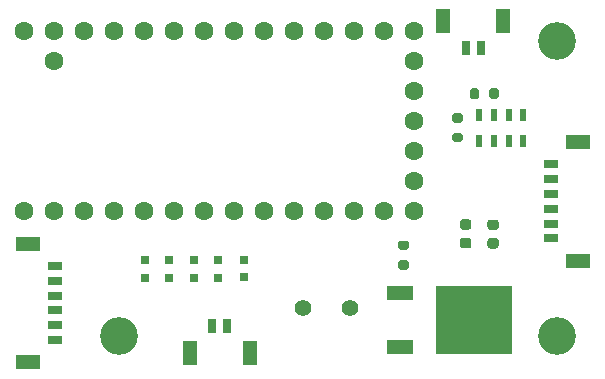
<source format=gts>
%TF.GenerationSoftware,KiCad,Pcbnew,(5.1.10)-1*%
%TF.CreationDate,2021-11-25T10:21:51+01:00*%
%TF.ProjectId,EXTENSION_BOARD,45585445-4e53-4494-9f4e-5f424f415244,rev?*%
%TF.SameCoordinates,Original*%
%TF.FileFunction,Soldermask,Top*%
%TF.FilePolarity,Negative*%
%FSLAX46Y46*%
G04 Gerber Fmt 4.6, Leading zero omitted, Abs format (unit mm)*
G04 Created by KiCad (PCBNEW (5.1.10)-1) date 2021-11-25 10:21:51*
%MOMM*%
%LPD*%
G01*
G04 APERTURE LIST*
%ADD10C,1.400000*%
%ADD11C,3.200000*%
%ADD12R,0.800000X0.800000*%
%ADD13R,0.600000X1.100000*%
%ADD14R,0.800000X1.200000*%
%ADD15R,1.300000X2.150000*%
%ADD16C,1.600000*%
%ADD17R,1.200000X0.800000*%
%ADD18R,2.150000X1.300000*%
%ADD19R,2.200000X1.200000*%
%ADD20R,6.400000X5.800000*%
G04 APERTURE END LIST*
D10*
%TO.C,LS1*%
X118971060Y-104246680D03*
X114971060Y-104246680D03*
%TD*%
D11*
%TO.C,REF\u002A\u002A*%
X99364800Y-106558080D03*
%TD*%
%TO.C,REF\u002A\u002A*%
X136509760Y-106596180D03*
%TD*%
%TO.C,REF\u002A\u002A*%
X136509760Y-81579720D03*
%TD*%
D12*
%TO.C,D1*%
X101638100Y-100144580D03*
X101638100Y-101644580D03*
%TD*%
%TO.C,D2*%
X103657400Y-101642040D03*
X103657400Y-100142040D03*
%TD*%
%TO.C,D3*%
X105735120Y-100142040D03*
X105735120Y-101642040D03*
%TD*%
%TO.C,D4*%
X107805220Y-101647120D03*
X107805220Y-100147120D03*
%TD*%
%TO.C,D5*%
X109951520Y-100136960D03*
X109951520Y-101636960D03*
%TD*%
D13*
%TO.C,IC2*%
X129884960Y-90050800D03*
X131134960Y-90050800D03*
X132384960Y-90050800D03*
X133634960Y-90050800D03*
X133634960Y-87850800D03*
X132384960Y-87850800D03*
X131134960Y-87850800D03*
X129884960Y-87850800D03*
%TD*%
D14*
%TO.C,J3*%
X130012360Y-82236420D03*
X128762360Y-82236420D03*
D15*
X126862360Y-79941420D03*
X131912360Y-79941420D03*
%TD*%
D14*
%TO.C,J2*%
X107306980Y-105726120D03*
X108556980Y-105726120D03*
D15*
X110456980Y-108021120D03*
X105406980Y-108021120D03*
%TD*%
D16*
%TO.C,U2*%
X124360940Y-88389460D03*
X124360940Y-85849460D03*
X124360940Y-83309460D03*
X124360940Y-80769460D03*
X124360940Y-90929460D03*
X124360940Y-93469460D03*
X124360940Y-96009460D03*
X121820940Y-80769460D03*
X119280940Y-80769460D03*
X116740940Y-80769460D03*
X114200940Y-80769460D03*
X111660940Y-80769460D03*
X109120940Y-80769460D03*
X106580940Y-80769460D03*
X104040940Y-80769460D03*
X101500940Y-80769460D03*
X98960940Y-80769460D03*
X96420940Y-80769460D03*
X93880940Y-80769460D03*
X91340940Y-80769460D03*
X93880940Y-83309460D03*
X121820940Y-96009460D03*
X119280940Y-96009460D03*
X116740940Y-96009460D03*
X114200940Y-96009460D03*
X111660940Y-96009460D03*
X109120940Y-96009460D03*
X106580940Y-96009460D03*
X104040940Y-96009460D03*
X101500940Y-96009460D03*
X98960940Y-96009460D03*
X96420940Y-96009460D03*
X93880940Y-96009460D03*
X91340940Y-96009460D03*
%TD*%
D17*
%TO.C,J1*%
X93976300Y-106917900D03*
X93976300Y-105667900D03*
X93976300Y-104417900D03*
X93976300Y-103167900D03*
X93976300Y-101917900D03*
X93976300Y-100667900D03*
D18*
X91681300Y-108817900D03*
X91681300Y-98767900D03*
%TD*%
%TO.C,R2*%
G36*
G01*
X127779100Y-87736460D02*
X128329100Y-87736460D01*
G75*
G02*
X128529100Y-87936460I0J-200000D01*
G01*
X128529100Y-88336460D01*
G75*
G02*
X128329100Y-88536460I-200000J0D01*
G01*
X127779100Y-88536460D01*
G75*
G02*
X127579100Y-88336460I0J200000D01*
G01*
X127579100Y-87936460D01*
G75*
G02*
X127779100Y-87736460I200000J0D01*
G01*
G37*
G36*
G01*
X127779100Y-89386460D02*
X128329100Y-89386460D01*
G75*
G02*
X128529100Y-89586460I0J-200000D01*
G01*
X128529100Y-89986460D01*
G75*
G02*
X128329100Y-90186460I-200000J0D01*
G01*
X127779100Y-90186460D01*
G75*
G02*
X127579100Y-89986460I0J200000D01*
G01*
X127579100Y-89586460D01*
G75*
G02*
X127779100Y-89386460I200000J0D01*
G01*
G37*
%TD*%
%TO.C,R3*%
G36*
G01*
X129895280Y-85790360D02*
X129895280Y-86340360D01*
G75*
G02*
X129695280Y-86540360I-200000J0D01*
G01*
X129295280Y-86540360D01*
G75*
G02*
X129095280Y-86340360I0J200000D01*
G01*
X129095280Y-85790360D01*
G75*
G02*
X129295280Y-85590360I200000J0D01*
G01*
X129695280Y-85590360D01*
G75*
G02*
X129895280Y-85790360I0J-200000D01*
G01*
G37*
G36*
G01*
X131545280Y-85790360D02*
X131545280Y-86340360D01*
G75*
G02*
X131345280Y-86540360I-200000J0D01*
G01*
X130945280Y-86540360D01*
G75*
G02*
X130745280Y-86340360I0J200000D01*
G01*
X130745280Y-85790360D01*
G75*
G02*
X130945280Y-85590360I200000J0D01*
G01*
X131345280Y-85590360D01*
G75*
G02*
X131545280Y-85790360I0J-200000D01*
G01*
G37*
%TD*%
%TO.C,D6*%
G36*
G01*
X130810290Y-96737820D02*
X131322790Y-96737820D01*
G75*
G02*
X131541540Y-96956570I0J-218750D01*
G01*
X131541540Y-97394070D01*
G75*
G02*
X131322790Y-97612820I-218750J0D01*
G01*
X130810290Y-97612820D01*
G75*
G02*
X130591540Y-97394070I0J218750D01*
G01*
X130591540Y-96956570D01*
G75*
G02*
X130810290Y-96737820I218750J0D01*
G01*
G37*
G36*
G01*
X130810290Y-98312820D02*
X131322790Y-98312820D01*
G75*
G02*
X131541540Y-98531570I0J-218750D01*
G01*
X131541540Y-98969070D01*
G75*
G02*
X131322790Y-99187820I-218750J0D01*
G01*
X130810290Y-99187820D01*
G75*
G02*
X130591540Y-98969070I0J218750D01*
G01*
X130591540Y-98531570D01*
G75*
G02*
X130810290Y-98312820I218750J0D01*
G01*
G37*
%TD*%
%TO.C,D7*%
G36*
G01*
X128488730Y-98295040D02*
X129001230Y-98295040D01*
G75*
G02*
X129219980Y-98513790I0J-218750D01*
G01*
X129219980Y-98951290D01*
G75*
G02*
X129001230Y-99170040I-218750J0D01*
G01*
X128488730Y-99170040D01*
G75*
G02*
X128269980Y-98951290I0J218750D01*
G01*
X128269980Y-98513790D01*
G75*
G02*
X128488730Y-98295040I218750J0D01*
G01*
G37*
G36*
G01*
X128488730Y-96720040D02*
X129001230Y-96720040D01*
G75*
G02*
X129219980Y-96938790I0J-218750D01*
G01*
X129219980Y-97376290D01*
G75*
G02*
X129001230Y-97595040I-218750J0D01*
G01*
X128488730Y-97595040D01*
G75*
G02*
X128269980Y-97376290I0J218750D01*
G01*
X128269980Y-96938790D01*
G75*
G02*
X128488730Y-96720040I218750J0D01*
G01*
G37*
%TD*%
%TO.C,R5*%
G36*
G01*
X123757100Y-100962680D02*
X123207100Y-100962680D01*
G75*
G02*
X123007100Y-100762680I0J200000D01*
G01*
X123007100Y-100362680D01*
G75*
G02*
X123207100Y-100162680I200000J0D01*
G01*
X123757100Y-100162680D01*
G75*
G02*
X123957100Y-100362680I0J-200000D01*
G01*
X123957100Y-100762680D01*
G75*
G02*
X123757100Y-100962680I-200000J0D01*
G01*
G37*
G36*
G01*
X123757100Y-99312680D02*
X123207100Y-99312680D01*
G75*
G02*
X123007100Y-99112680I0J200000D01*
G01*
X123007100Y-98712680D01*
G75*
G02*
X123207100Y-98512680I200000J0D01*
G01*
X123757100Y-98512680D01*
G75*
G02*
X123957100Y-98712680I0J-200000D01*
G01*
X123957100Y-99112680D01*
G75*
G02*
X123757100Y-99312680I-200000J0D01*
G01*
G37*
%TD*%
D19*
%TO.C,U3*%
X123181580Y-102944580D03*
X123181580Y-107504580D03*
D20*
X129481580Y-105224580D03*
%TD*%
D17*
%TO.C,J5*%
X135979100Y-92071660D03*
X135979100Y-93321660D03*
X135979100Y-94571660D03*
X135979100Y-95821660D03*
X135979100Y-97071660D03*
X135979100Y-98321660D03*
D18*
X138274100Y-90171660D03*
X138274100Y-100221660D03*
%TD*%
M02*

</source>
